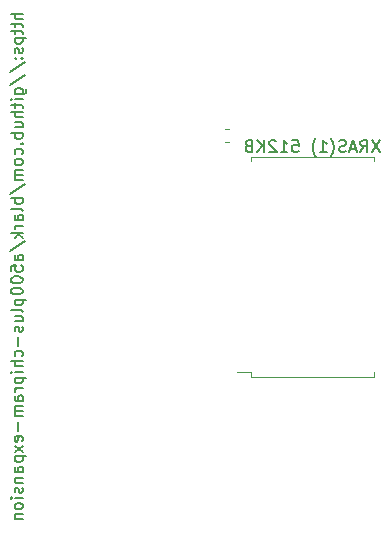
<source format=gbr>
G04 #@! TF.GenerationSoftware,KiCad,Pcbnew,(5.1.4)-1*
G04 #@! TF.CreationDate,2019-12-17T11:04:36-05:00*
G04 #@! TF.ProjectId,a500plus-chipram-expansion,61353030-706c-4757-932d-636869707261,rev?*
G04 #@! TF.SameCoordinates,Original*
G04 #@! TF.FileFunction,Legend,Bot*
G04 #@! TF.FilePolarity,Positive*
%FSLAX46Y46*%
G04 Gerber Fmt 4.6, Leading zero omitted, Abs format (unit mm)*
G04 Created by KiCad (PCBNEW (5.1.4)-1) date 2019-12-17 11:04:36*
%MOMM*%
%LPD*%
G04 APERTURE LIST*
%ADD10C,0.150000*%
%ADD11C,0.120000*%
G04 APERTURE END LIST*
D10*
X71952380Y-37595238D02*
X70952380Y-37595238D01*
X71952380Y-38023809D02*
X71428571Y-38023809D01*
X71333333Y-37976190D01*
X71285714Y-37880952D01*
X71285714Y-37738095D01*
X71333333Y-37642857D01*
X71380952Y-37595238D01*
X71285714Y-38357142D02*
X71285714Y-38738095D01*
X70952380Y-38500000D02*
X71809523Y-38500000D01*
X71904761Y-38547619D01*
X71952380Y-38642857D01*
X71952380Y-38738095D01*
X71285714Y-38928571D02*
X71285714Y-39309523D01*
X70952380Y-39071428D02*
X71809523Y-39071428D01*
X71904761Y-39119047D01*
X71952380Y-39214285D01*
X71952380Y-39309523D01*
X71285714Y-39642857D02*
X72285714Y-39642857D01*
X71333333Y-39642857D02*
X71285714Y-39738095D01*
X71285714Y-39928571D01*
X71333333Y-40023809D01*
X71380952Y-40071428D01*
X71476190Y-40119047D01*
X71761904Y-40119047D01*
X71857142Y-40071428D01*
X71904761Y-40023809D01*
X71952380Y-39928571D01*
X71952380Y-39738095D01*
X71904761Y-39642857D01*
X71904761Y-40500000D02*
X71952380Y-40595238D01*
X71952380Y-40785714D01*
X71904761Y-40880952D01*
X71809523Y-40928571D01*
X71761904Y-40928571D01*
X71666666Y-40880952D01*
X71619047Y-40785714D01*
X71619047Y-40642857D01*
X71571428Y-40547619D01*
X71476190Y-40500000D01*
X71428571Y-40500000D01*
X71333333Y-40547619D01*
X71285714Y-40642857D01*
X71285714Y-40785714D01*
X71333333Y-40880952D01*
X71857142Y-41357142D02*
X71904761Y-41404761D01*
X71952380Y-41357142D01*
X71904761Y-41309523D01*
X71857142Y-41357142D01*
X71952380Y-41357142D01*
X71333333Y-41357142D02*
X71380952Y-41404761D01*
X71428571Y-41357142D01*
X71380952Y-41309523D01*
X71333333Y-41357142D01*
X71428571Y-41357142D01*
X70904761Y-42547619D02*
X72190476Y-41690476D01*
X70904761Y-43595238D02*
X72190476Y-42738095D01*
X71285714Y-44357142D02*
X72095238Y-44357142D01*
X72190476Y-44309523D01*
X72238095Y-44261904D01*
X72285714Y-44166666D01*
X72285714Y-44023809D01*
X72238095Y-43928571D01*
X71904761Y-44357142D02*
X71952380Y-44261904D01*
X71952380Y-44071428D01*
X71904761Y-43976190D01*
X71857142Y-43928571D01*
X71761904Y-43880952D01*
X71476190Y-43880952D01*
X71380952Y-43928571D01*
X71333333Y-43976190D01*
X71285714Y-44071428D01*
X71285714Y-44261904D01*
X71333333Y-44357142D01*
X71952380Y-44833333D02*
X71285714Y-44833333D01*
X70952380Y-44833333D02*
X71000000Y-44785714D01*
X71047619Y-44833333D01*
X71000000Y-44880952D01*
X70952380Y-44833333D01*
X71047619Y-44833333D01*
X71285714Y-45166666D02*
X71285714Y-45547619D01*
X70952380Y-45309523D02*
X71809523Y-45309523D01*
X71904761Y-45357142D01*
X71952380Y-45452380D01*
X71952380Y-45547619D01*
X71952380Y-45880952D02*
X70952380Y-45880952D01*
X71952380Y-46309523D02*
X71428571Y-46309523D01*
X71333333Y-46261904D01*
X71285714Y-46166666D01*
X71285714Y-46023809D01*
X71333333Y-45928571D01*
X71380952Y-45880952D01*
X71285714Y-47214285D02*
X71952380Y-47214285D01*
X71285714Y-46785714D02*
X71809523Y-46785714D01*
X71904761Y-46833333D01*
X71952380Y-46928571D01*
X71952380Y-47071428D01*
X71904761Y-47166666D01*
X71857142Y-47214285D01*
X71952380Y-47690476D02*
X70952380Y-47690476D01*
X71333333Y-47690476D02*
X71285714Y-47785714D01*
X71285714Y-47976190D01*
X71333333Y-48071428D01*
X71380952Y-48119047D01*
X71476190Y-48166666D01*
X71761904Y-48166666D01*
X71857142Y-48119047D01*
X71904761Y-48071428D01*
X71952380Y-47976190D01*
X71952380Y-47785714D01*
X71904761Y-47690476D01*
X71857142Y-48595238D02*
X71904761Y-48642857D01*
X71952380Y-48595238D01*
X71904761Y-48547619D01*
X71857142Y-48595238D01*
X71952380Y-48595238D01*
X71904761Y-49499999D02*
X71952380Y-49404761D01*
X71952380Y-49214285D01*
X71904761Y-49119047D01*
X71857142Y-49071428D01*
X71761904Y-49023809D01*
X71476190Y-49023809D01*
X71380952Y-49071428D01*
X71333333Y-49119047D01*
X71285714Y-49214285D01*
X71285714Y-49404761D01*
X71333333Y-49499999D01*
X71952380Y-50071428D02*
X71904761Y-49976190D01*
X71857142Y-49928571D01*
X71761904Y-49880952D01*
X71476190Y-49880952D01*
X71380952Y-49928571D01*
X71333333Y-49976190D01*
X71285714Y-50071428D01*
X71285714Y-50214285D01*
X71333333Y-50309523D01*
X71380952Y-50357142D01*
X71476190Y-50404761D01*
X71761904Y-50404761D01*
X71857142Y-50357142D01*
X71904761Y-50309523D01*
X71952380Y-50214285D01*
X71952380Y-50071428D01*
X71952380Y-50833333D02*
X71285714Y-50833333D01*
X71380952Y-50833333D02*
X71333333Y-50880952D01*
X71285714Y-50976190D01*
X71285714Y-51119047D01*
X71333333Y-51214285D01*
X71428571Y-51261904D01*
X71952380Y-51261904D01*
X71428571Y-51261904D02*
X71333333Y-51309523D01*
X71285714Y-51404761D01*
X71285714Y-51547619D01*
X71333333Y-51642857D01*
X71428571Y-51690476D01*
X71952380Y-51690476D01*
X70904761Y-52880952D02*
X72190476Y-52023809D01*
X71952380Y-53214285D02*
X70952380Y-53214285D01*
X71333333Y-53214285D02*
X71285714Y-53309523D01*
X71285714Y-53499999D01*
X71333333Y-53595238D01*
X71380952Y-53642857D01*
X71476190Y-53690476D01*
X71761904Y-53690476D01*
X71857142Y-53642857D01*
X71904761Y-53595238D01*
X71952380Y-53499999D01*
X71952380Y-53309523D01*
X71904761Y-53214285D01*
X71952380Y-54261904D02*
X71904761Y-54166666D01*
X71809523Y-54119047D01*
X70952380Y-54119047D01*
X71952380Y-55071428D02*
X71428571Y-55071428D01*
X71333333Y-55023809D01*
X71285714Y-54928571D01*
X71285714Y-54738095D01*
X71333333Y-54642857D01*
X71904761Y-55071428D02*
X71952380Y-54976190D01*
X71952380Y-54738095D01*
X71904761Y-54642857D01*
X71809523Y-54595238D01*
X71714285Y-54595238D01*
X71619047Y-54642857D01*
X71571428Y-54738095D01*
X71571428Y-54976190D01*
X71523809Y-55071428D01*
X71952380Y-55547619D02*
X71285714Y-55547619D01*
X71476190Y-55547619D02*
X71380952Y-55595238D01*
X71333333Y-55642857D01*
X71285714Y-55738095D01*
X71285714Y-55833333D01*
X71952380Y-56166666D02*
X70952380Y-56166666D01*
X71571428Y-56261904D02*
X71952380Y-56547619D01*
X71285714Y-56547619D02*
X71666666Y-56166666D01*
X70904761Y-57690476D02*
X72190476Y-56833333D01*
X71952380Y-58452380D02*
X71428571Y-58452380D01*
X71333333Y-58404761D01*
X71285714Y-58309523D01*
X71285714Y-58119047D01*
X71333333Y-58023809D01*
X71904761Y-58452380D02*
X71952380Y-58357142D01*
X71952380Y-58119047D01*
X71904761Y-58023809D01*
X71809523Y-57976190D01*
X71714285Y-57976190D01*
X71619047Y-58023809D01*
X71571428Y-58119047D01*
X71571428Y-58357142D01*
X71523809Y-58452380D01*
X70952380Y-59404761D02*
X70952380Y-58928571D01*
X71428571Y-58880952D01*
X71380952Y-58928571D01*
X71333333Y-59023809D01*
X71333333Y-59261904D01*
X71380952Y-59357142D01*
X71428571Y-59404761D01*
X71523809Y-59452380D01*
X71761904Y-59452380D01*
X71857142Y-59404761D01*
X71904761Y-59357142D01*
X71952380Y-59261904D01*
X71952380Y-59023809D01*
X71904761Y-58928571D01*
X71857142Y-58880952D01*
X70952380Y-60071428D02*
X70952380Y-60166666D01*
X71000000Y-60261904D01*
X71047619Y-60309523D01*
X71142857Y-60357142D01*
X71333333Y-60404761D01*
X71571428Y-60404761D01*
X71761904Y-60357142D01*
X71857142Y-60309523D01*
X71904761Y-60261904D01*
X71952380Y-60166666D01*
X71952380Y-60071428D01*
X71904761Y-59976190D01*
X71857142Y-59928571D01*
X71761904Y-59880952D01*
X71571428Y-59833333D01*
X71333333Y-59833333D01*
X71142857Y-59880952D01*
X71047619Y-59928571D01*
X71000000Y-59976190D01*
X70952380Y-60071428D01*
X70952380Y-61023809D02*
X70952380Y-61119047D01*
X71000000Y-61214285D01*
X71047619Y-61261904D01*
X71142857Y-61309523D01*
X71333333Y-61357142D01*
X71571428Y-61357142D01*
X71761904Y-61309523D01*
X71857142Y-61261904D01*
X71904761Y-61214285D01*
X71952380Y-61119047D01*
X71952380Y-61023809D01*
X71904761Y-60928571D01*
X71857142Y-60880952D01*
X71761904Y-60833333D01*
X71571428Y-60785714D01*
X71333333Y-60785714D01*
X71142857Y-60833333D01*
X71047619Y-60880952D01*
X71000000Y-60928571D01*
X70952380Y-61023809D01*
X71285714Y-61785714D02*
X72285714Y-61785714D01*
X71333333Y-61785714D02*
X71285714Y-61880952D01*
X71285714Y-62071428D01*
X71333333Y-62166666D01*
X71380952Y-62214285D01*
X71476190Y-62261904D01*
X71761904Y-62261904D01*
X71857142Y-62214285D01*
X71904761Y-62166666D01*
X71952380Y-62071428D01*
X71952380Y-61880952D01*
X71904761Y-61785714D01*
X71952380Y-62833333D02*
X71904761Y-62738095D01*
X71809523Y-62690476D01*
X70952380Y-62690476D01*
X71285714Y-63642857D02*
X71952380Y-63642857D01*
X71285714Y-63214285D02*
X71809523Y-63214285D01*
X71904761Y-63261904D01*
X71952380Y-63357142D01*
X71952380Y-63499999D01*
X71904761Y-63595238D01*
X71857142Y-63642857D01*
X71904761Y-64071428D02*
X71952380Y-64166666D01*
X71952380Y-64357142D01*
X71904761Y-64452380D01*
X71809523Y-64499999D01*
X71761904Y-64499999D01*
X71666666Y-64452380D01*
X71619047Y-64357142D01*
X71619047Y-64214285D01*
X71571428Y-64119047D01*
X71476190Y-64071428D01*
X71428571Y-64071428D01*
X71333333Y-64119047D01*
X71285714Y-64214285D01*
X71285714Y-64357142D01*
X71333333Y-64452380D01*
X71571428Y-64928571D02*
X71571428Y-65690476D01*
X71904761Y-66595238D02*
X71952380Y-66499999D01*
X71952380Y-66309523D01*
X71904761Y-66214285D01*
X71857142Y-66166666D01*
X71761904Y-66119047D01*
X71476190Y-66119047D01*
X71380952Y-66166666D01*
X71333333Y-66214285D01*
X71285714Y-66309523D01*
X71285714Y-66499999D01*
X71333333Y-66595238D01*
X71952380Y-67023809D02*
X70952380Y-67023809D01*
X71952380Y-67452380D02*
X71428571Y-67452380D01*
X71333333Y-67404761D01*
X71285714Y-67309523D01*
X71285714Y-67166666D01*
X71333333Y-67071428D01*
X71380952Y-67023809D01*
X71952380Y-67928571D02*
X71285714Y-67928571D01*
X70952380Y-67928571D02*
X71000000Y-67880952D01*
X71047619Y-67928571D01*
X71000000Y-67976190D01*
X70952380Y-67928571D01*
X71047619Y-67928571D01*
X71285714Y-68404761D02*
X72285714Y-68404761D01*
X71333333Y-68404761D02*
X71285714Y-68499999D01*
X71285714Y-68690476D01*
X71333333Y-68785714D01*
X71380952Y-68833333D01*
X71476190Y-68880952D01*
X71761904Y-68880952D01*
X71857142Y-68833333D01*
X71904761Y-68785714D01*
X71952380Y-68690476D01*
X71952380Y-68499999D01*
X71904761Y-68404761D01*
X71952380Y-69309523D02*
X71285714Y-69309523D01*
X71476190Y-69309523D02*
X71380952Y-69357142D01*
X71333333Y-69404761D01*
X71285714Y-69499999D01*
X71285714Y-69595238D01*
X71952380Y-70357142D02*
X71428571Y-70357142D01*
X71333333Y-70309523D01*
X71285714Y-70214285D01*
X71285714Y-70023809D01*
X71333333Y-69928571D01*
X71904761Y-70357142D02*
X71952380Y-70261904D01*
X71952380Y-70023809D01*
X71904761Y-69928571D01*
X71809523Y-69880952D01*
X71714285Y-69880952D01*
X71619047Y-69928571D01*
X71571428Y-70023809D01*
X71571428Y-70261904D01*
X71523809Y-70357142D01*
X71952380Y-70833333D02*
X71285714Y-70833333D01*
X71380952Y-70833333D02*
X71333333Y-70880952D01*
X71285714Y-70976190D01*
X71285714Y-71119047D01*
X71333333Y-71214285D01*
X71428571Y-71261904D01*
X71952380Y-71261904D01*
X71428571Y-71261904D02*
X71333333Y-71309523D01*
X71285714Y-71404761D01*
X71285714Y-71547619D01*
X71333333Y-71642857D01*
X71428571Y-71690476D01*
X71952380Y-71690476D01*
X71571428Y-72166666D02*
X71571428Y-72928571D01*
X71904761Y-73785714D02*
X71952380Y-73690476D01*
X71952380Y-73499999D01*
X71904761Y-73404761D01*
X71809523Y-73357142D01*
X71428571Y-73357142D01*
X71333333Y-73404761D01*
X71285714Y-73499999D01*
X71285714Y-73690476D01*
X71333333Y-73785714D01*
X71428571Y-73833333D01*
X71523809Y-73833333D01*
X71619047Y-73357142D01*
X71952380Y-74166666D02*
X71285714Y-74690476D01*
X71285714Y-74166666D02*
X71952380Y-74690476D01*
X71285714Y-75071428D02*
X72285714Y-75071428D01*
X71333333Y-75071428D02*
X71285714Y-75166666D01*
X71285714Y-75357142D01*
X71333333Y-75452380D01*
X71380952Y-75499999D01*
X71476190Y-75547619D01*
X71761904Y-75547619D01*
X71857142Y-75499999D01*
X71904761Y-75452380D01*
X71952380Y-75357142D01*
X71952380Y-75166666D01*
X71904761Y-75071428D01*
X71952380Y-76404761D02*
X71428571Y-76404761D01*
X71333333Y-76357142D01*
X71285714Y-76261904D01*
X71285714Y-76071428D01*
X71333333Y-75976190D01*
X71904761Y-76404761D02*
X71952380Y-76309523D01*
X71952380Y-76071428D01*
X71904761Y-75976190D01*
X71809523Y-75928571D01*
X71714285Y-75928571D01*
X71619047Y-75976190D01*
X71571428Y-76071428D01*
X71571428Y-76309523D01*
X71523809Y-76404761D01*
X71285714Y-76880952D02*
X71952380Y-76880952D01*
X71380952Y-76880952D02*
X71333333Y-76928571D01*
X71285714Y-77023809D01*
X71285714Y-77166666D01*
X71333333Y-77261904D01*
X71428571Y-77309523D01*
X71952380Y-77309523D01*
X71904761Y-77738095D02*
X71952380Y-77833333D01*
X71952380Y-78023809D01*
X71904761Y-78119047D01*
X71809523Y-78166666D01*
X71761904Y-78166666D01*
X71666666Y-78119047D01*
X71619047Y-78023809D01*
X71619047Y-77880952D01*
X71571428Y-77785714D01*
X71476190Y-77738095D01*
X71428571Y-77738095D01*
X71333333Y-77785714D01*
X71285714Y-77880952D01*
X71285714Y-78023809D01*
X71333333Y-78119047D01*
X71952380Y-78595238D02*
X71285714Y-78595238D01*
X70952380Y-78595238D02*
X71000000Y-78547619D01*
X71047619Y-78595238D01*
X71000000Y-78642857D01*
X70952380Y-78595238D01*
X71047619Y-78595238D01*
X71952380Y-79214285D02*
X71904761Y-79119047D01*
X71857142Y-79071428D01*
X71761904Y-79023809D01*
X71476190Y-79023809D01*
X71380952Y-79071428D01*
X71333333Y-79119047D01*
X71285714Y-79214285D01*
X71285714Y-79357142D01*
X71333333Y-79452380D01*
X71380952Y-79499999D01*
X71476190Y-79547619D01*
X71761904Y-79547619D01*
X71857142Y-79499999D01*
X71904761Y-79452380D01*
X71952380Y-79357142D01*
X71952380Y-79214285D01*
X71285714Y-79976190D02*
X71952380Y-79976190D01*
X71380952Y-79976190D02*
X71333333Y-80023809D01*
X71285714Y-80119047D01*
X71285714Y-80261904D01*
X71333333Y-80357142D01*
X71428571Y-80404761D01*
X71952380Y-80404761D01*
D11*
X89396267Y-48410000D02*
X89053733Y-48410000D01*
X89396267Y-47390000D02*
X89053733Y-47390000D01*
X91297500Y-67935000D02*
X90137500Y-67935000D01*
X91297500Y-68315000D02*
X91297500Y-67935000D01*
X96487500Y-68315000D02*
X91297500Y-68315000D01*
X101677500Y-68315000D02*
X101677500Y-67935000D01*
X96487500Y-68315000D02*
X101677500Y-68315000D01*
X91297500Y-49685000D02*
X91297500Y-50065000D01*
X96487500Y-49685000D02*
X91297500Y-49685000D01*
X101677500Y-49685000D02*
X101677500Y-50065000D01*
X96487500Y-49685000D02*
X101677500Y-49685000D01*
D10*
X102177976Y-48292380D02*
X101511309Y-49292380D01*
X101511309Y-48292380D02*
X102177976Y-49292380D01*
X100558928Y-49292380D02*
X100892261Y-48816190D01*
X101130357Y-49292380D02*
X101130357Y-48292380D01*
X100749404Y-48292380D01*
X100654166Y-48340000D01*
X100606547Y-48387619D01*
X100558928Y-48482857D01*
X100558928Y-48625714D01*
X100606547Y-48720952D01*
X100654166Y-48768571D01*
X100749404Y-48816190D01*
X101130357Y-48816190D01*
X100177976Y-49006666D02*
X99701785Y-49006666D01*
X100273214Y-49292380D02*
X99939880Y-48292380D01*
X99606547Y-49292380D01*
X99320833Y-49244761D02*
X99177976Y-49292380D01*
X98939880Y-49292380D01*
X98844642Y-49244761D01*
X98797023Y-49197142D01*
X98749404Y-49101904D01*
X98749404Y-49006666D01*
X98797023Y-48911428D01*
X98844642Y-48863809D01*
X98939880Y-48816190D01*
X99130357Y-48768571D01*
X99225595Y-48720952D01*
X99273214Y-48673333D01*
X99320833Y-48578095D01*
X99320833Y-48482857D01*
X99273214Y-48387619D01*
X99225595Y-48340000D01*
X99130357Y-48292380D01*
X98892261Y-48292380D01*
X98749404Y-48340000D01*
X98035119Y-49673333D02*
X98082738Y-49625714D01*
X98177976Y-49482857D01*
X98225595Y-49387619D01*
X98273214Y-49244761D01*
X98320833Y-49006666D01*
X98320833Y-48816190D01*
X98273214Y-48578095D01*
X98225595Y-48435238D01*
X98177976Y-48340000D01*
X98082738Y-48197142D01*
X98035119Y-48149523D01*
X97130357Y-49292380D02*
X97701785Y-49292380D01*
X97416071Y-49292380D02*
X97416071Y-48292380D01*
X97511309Y-48435238D01*
X97606547Y-48530476D01*
X97701785Y-48578095D01*
X96797023Y-49673333D02*
X96749404Y-49625714D01*
X96654166Y-49482857D01*
X96606547Y-49387619D01*
X96558928Y-49244761D01*
X96511309Y-49006666D01*
X96511309Y-48816190D01*
X96558928Y-48578095D01*
X96606547Y-48435238D01*
X96654166Y-48340000D01*
X96749404Y-48197142D01*
X96797023Y-48149523D01*
X94797023Y-48292380D02*
X95273214Y-48292380D01*
X95320833Y-48768571D01*
X95273214Y-48720952D01*
X95177976Y-48673333D01*
X94939880Y-48673333D01*
X94844642Y-48720952D01*
X94797023Y-48768571D01*
X94749404Y-48863809D01*
X94749404Y-49101904D01*
X94797023Y-49197142D01*
X94844642Y-49244761D01*
X94939880Y-49292380D01*
X95177976Y-49292380D01*
X95273214Y-49244761D01*
X95320833Y-49197142D01*
X93797023Y-49292380D02*
X94368452Y-49292380D01*
X94082738Y-49292380D02*
X94082738Y-48292380D01*
X94177976Y-48435238D01*
X94273214Y-48530476D01*
X94368452Y-48578095D01*
X93416071Y-48387619D02*
X93368452Y-48340000D01*
X93273214Y-48292380D01*
X93035119Y-48292380D01*
X92939880Y-48340000D01*
X92892261Y-48387619D01*
X92844642Y-48482857D01*
X92844642Y-48578095D01*
X92892261Y-48720952D01*
X93463690Y-49292380D01*
X92844642Y-49292380D01*
X92416071Y-49292380D02*
X92416071Y-48292380D01*
X91844642Y-49292380D02*
X92273214Y-48720952D01*
X91844642Y-48292380D02*
X92416071Y-48863809D01*
X91082738Y-48768571D02*
X90939880Y-48816190D01*
X90892261Y-48863809D01*
X90844642Y-48959047D01*
X90844642Y-49101904D01*
X90892261Y-49197142D01*
X90939880Y-49244761D01*
X91035119Y-49292380D01*
X91416071Y-49292380D01*
X91416071Y-48292380D01*
X91082738Y-48292380D01*
X90987500Y-48340000D01*
X90939880Y-48387619D01*
X90892261Y-48482857D01*
X90892261Y-48578095D01*
X90939880Y-48673333D01*
X90987500Y-48720952D01*
X91082738Y-48768571D01*
X91416071Y-48768571D01*
M02*

</source>
